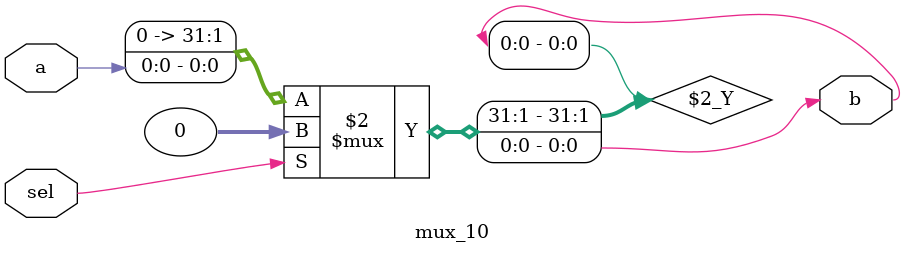
<source format=v>
module mux_10 (
  a,
  sel,
  b
);
parameter Value = 0;
parameter Width = 1;
input [Width-1:0]  a;
input              sel;
output [Width-1:0] b;
assign b = (sel)?Value:a;
endmodule
</source>
